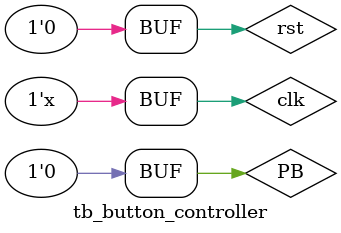
<source format=sv>
`timescale 1ns / 1ps

module tb_button_controller();
    logic clk,rst,PB;

    initial begin
        clk = 1'b0;
        rst = 1'b0;
        PB  = 1'b0;
    end

    always 
        #1 clk = ~ clk;
    
    always begin
        #1
        #2 PB = 1'b1;
        #300 PB = 1'b0;
        #10 PB = 1'b1;
        #4000 PB = 1'b0;
        #400 PB = 1'b0;
    end

    logic button_signal;
    button_controller b_controller(
        .PB_pressed_status(PB_pressed_status),
        .PB_pressed_pulse(PB_pressed_pulse),
        .PB_released_pulse(PB_released_pulse),
        .clk(clk),
        .rst(rst),
        .button_signal(button_signal)
    );

    PB_Debouncer debouncer(
        .clk(clk),
        .rst(rst),
        .PB(PB),
        .PB_pressed_status(PB_pressed_status),
        .PB_pressed_pulse(PB_pressed_pulse),
        .PB_released_pulse(PB_released_pulse)
    );

endmodule
</source>
